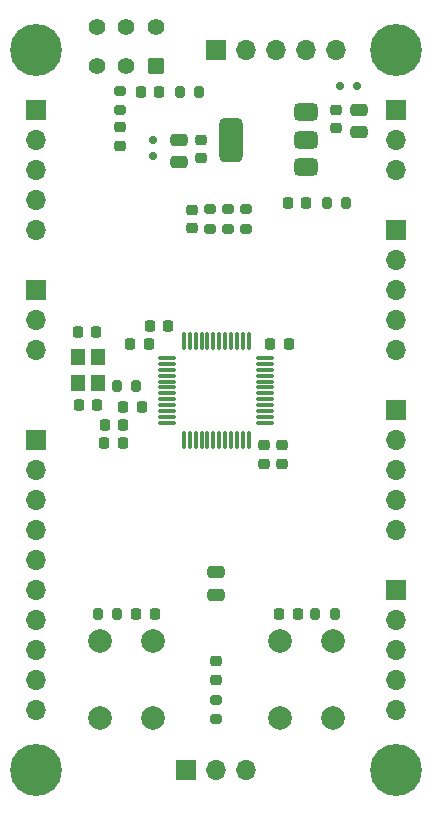
<source format=gbr>
%TF.GenerationSoftware,KiCad,Pcbnew,7.0.10-7.0.10~ubuntu22.04.1*%
%TF.CreationDate,2024-05-26T20:09:49+02:00*%
%TF.ProjectId,hardware,68617264-7761-4726-952e-6b696361645f,rev?*%
%TF.SameCoordinates,Original*%
%TF.FileFunction,Soldermask,Top*%
%TF.FilePolarity,Negative*%
%FSLAX46Y46*%
G04 Gerber Fmt 4.6, Leading zero omitted, Abs format (unit mm)*
G04 Created by KiCad (PCBNEW 7.0.10-7.0.10~ubuntu22.04.1) date 2024-05-26 20:09:49*
%MOMM*%
%LPD*%
G01*
G04 APERTURE LIST*
G04 Aperture macros list*
%AMRoundRect*
0 Rectangle with rounded corners*
0 $1 Rounding radius*
0 $2 $3 $4 $5 $6 $7 $8 $9 X,Y pos of 4 corners*
0 Add a 4 corners polygon primitive as box body*
4,1,4,$2,$3,$4,$5,$6,$7,$8,$9,$2,$3,0*
0 Add four circle primitives for the rounded corners*
1,1,$1+$1,$2,$3*
1,1,$1+$1,$4,$5*
1,1,$1+$1,$6,$7*
1,1,$1+$1,$8,$9*
0 Add four rect primitives between the rounded corners*
20,1,$1+$1,$2,$3,$4,$5,0*
20,1,$1+$1,$4,$5,$6,$7,0*
20,1,$1+$1,$6,$7,$8,$9,0*
20,1,$1+$1,$8,$9,$2,$3,0*%
G04 Aperture macros list end*
%ADD10RoundRect,0.225000X0.225000X0.250000X-0.225000X0.250000X-0.225000X-0.250000X0.225000X-0.250000X0*%
%ADD11RoundRect,0.200000X-0.200000X-0.275000X0.200000X-0.275000X0.200000X0.275000X-0.200000X0.275000X0*%
%ADD12R,1.700000X1.700000*%
%ADD13O,1.700000X1.700000*%
%ADD14RoundRect,0.250000X-0.475000X0.250000X-0.475000X-0.250000X0.475000X-0.250000X0.475000X0.250000X0*%
%ADD15C,0.700000*%
%ADD16C,4.400000*%
%ADD17RoundRect,0.225000X-0.225000X-0.250000X0.225000X-0.250000X0.225000X0.250000X-0.225000X0.250000X0*%
%ADD18RoundRect,0.225000X0.250000X-0.225000X0.250000X0.225000X-0.250000X0.225000X-0.250000X-0.225000X0*%
%ADD19RoundRect,0.375000X0.625000X0.375000X-0.625000X0.375000X-0.625000X-0.375000X0.625000X-0.375000X0*%
%ADD20RoundRect,0.500000X0.500000X1.400000X-0.500000X1.400000X-0.500000X-1.400000X0.500000X-1.400000X0*%
%ADD21RoundRect,0.218750X0.218750X0.256250X-0.218750X0.256250X-0.218750X-0.256250X0.218750X-0.256250X0*%
%ADD22RoundRect,0.150000X-0.200000X0.150000X-0.200000X-0.150000X0.200000X-0.150000X0.200000X0.150000X0*%
%ADD23RoundRect,0.218750X0.256250X-0.218750X0.256250X0.218750X-0.256250X0.218750X-0.256250X-0.218750X0*%
%ADD24RoundRect,0.225000X-0.250000X0.225000X-0.250000X-0.225000X0.250000X-0.225000X0.250000X0.225000X0*%
%ADD25RoundRect,0.200000X0.275000X-0.200000X0.275000X0.200000X-0.275000X0.200000X-0.275000X-0.200000X0*%
%ADD26C,2.000000*%
%ADD27RoundRect,0.218750X-0.218750X-0.256250X0.218750X-0.256250X0.218750X0.256250X-0.218750X0.256250X0*%
%ADD28RoundRect,0.250000X0.450000X0.450000X-0.450000X0.450000X-0.450000X-0.450000X0.450000X-0.450000X0*%
%ADD29C,1.400000*%
%ADD30RoundRect,0.200000X0.200000X0.275000X-0.200000X0.275000X-0.200000X-0.275000X0.200000X-0.275000X0*%
%ADD31RoundRect,0.075000X-0.075000X-0.662500X0.075000X-0.662500X0.075000X0.662500X-0.075000X0.662500X0*%
%ADD32RoundRect,0.075000X-0.662500X-0.075000X0.662500X-0.075000X0.662500X0.075000X-0.662500X0.075000X0*%
%ADD33R,1.200000X1.400000*%
%ADD34RoundRect,0.200000X-0.275000X0.200000X-0.275000X-0.200000X0.275000X-0.200000X0.275000X0.200000X0*%
%ADD35RoundRect,0.150000X0.150000X0.200000X-0.150000X0.200000X-0.150000X-0.200000X0.150000X-0.200000X0*%
G04 APERTURE END LIST*
D10*
%TO.C,C15*%
X135433000Y-103378000D03*
X133883000Y-103378000D03*
%TD*%
D11*
%TO.C,R4*%
X147866000Y-127762000D03*
X149516000Y-127762000D03*
%TD*%
D12*
%TO.C,J8*%
X124244000Y-100330000D03*
D13*
X124244000Y-102870000D03*
X124244000Y-105410000D03*
%TD*%
D12*
%TO.C,J2*%
X136944000Y-140970000D03*
D13*
X139484000Y-140970000D03*
X142024000Y-140970000D03*
%TD*%
D14*
%TO.C,C3*%
X151549000Y-85090000D03*
X151549000Y-86990000D03*
%TD*%
D10*
%TO.C,C12*%
X129426000Y-110109000D03*
X127876000Y-110109000D03*
%TD*%
D15*
%TO.C,H1*%
X153074000Y-80010000D03*
X153557274Y-78843274D03*
X153557274Y-81176726D03*
X154724000Y-78360000D03*
D16*
X154724000Y-80010000D03*
D15*
X154724000Y-81660000D03*
X155890726Y-78843274D03*
X155890726Y-81176726D03*
X156374000Y-80010000D03*
%TD*%
D12*
%TO.C,J3*%
X124244000Y-113030000D03*
D13*
X124244000Y-115570000D03*
X124244000Y-118110000D03*
X124244000Y-120650000D03*
X124244000Y-123190000D03*
X124244000Y-125730000D03*
X124244000Y-128270000D03*
X124244000Y-130810000D03*
X124244000Y-133350000D03*
X124244000Y-135890000D03*
%TD*%
D17*
%TO.C,C11*%
X127736000Y-103886000D03*
X129286000Y-103886000D03*
%TD*%
%TO.C,C17*%
X144056000Y-104902000D03*
X145606000Y-104902000D03*
%TD*%
D11*
%TO.C,R1*%
X129452000Y-127762000D03*
X131102000Y-127762000D03*
%TD*%
D18*
%TO.C,C7*%
X137414000Y-95136000D03*
X137414000Y-93586000D03*
%TD*%
D15*
%TO.C,H2*%
X122594000Y-80010000D03*
X123077274Y-78843274D03*
X123077274Y-81176726D03*
X124244000Y-78360000D03*
D16*
X124244000Y-80010000D03*
D15*
X124244000Y-81660000D03*
X125410726Y-78843274D03*
X125410726Y-81176726D03*
X125894000Y-80010000D03*
%TD*%
D12*
%TO.C,J4*%
X154724000Y-110490000D03*
D13*
X154724000Y-113030000D03*
X154724000Y-115570000D03*
X154724000Y-118110000D03*
X154724000Y-120650000D03*
%TD*%
D19*
%TO.C,U2*%
X147054000Y-89930000D03*
X147054000Y-87630000D03*
D20*
X140754000Y-87630000D03*
D19*
X147054000Y-85330000D03*
%TD*%
D10*
%TO.C,C8*%
X131585000Y-111760000D03*
X130035000Y-111760000D03*
%TD*%
D12*
%TO.C,J9*%
X154724000Y-85090000D03*
D13*
X154724000Y-87630000D03*
X154724000Y-90170000D03*
%TD*%
D21*
%TO.C,D5*%
X134658000Y-83566000D03*
X133083000Y-83566000D03*
%TD*%
D22*
%TO.C,D4*%
X134150000Y-89030000D03*
X134150000Y-87630000D03*
%TD*%
D14*
%TO.C,C18*%
X139484000Y-124272000D03*
X139484000Y-126172000D03*
%TD*%
D23*
%TO.C,D2*%
X139484000Y-133375500D03*
X139484000Y-131800500D03*
%TD*%
D24*
%TO.C,C13*%
X145072000Y-113525000D03*
X145072000Y-115075000D03*
%TD*%
D25*
%TO.C,R5*%
X141986000Y-95186000D03*
X141986000Y-93536000D03*
%TD*%
D26*
%TO.C,SW1*%
X129614000Y-136600000D03*
X129614000Y-130100000D03*
X134114000Y-136600000D03*
X134114000Y-130100000D03*
%TD*%
D12*
%TO.C,J1*%
X139484000Y-80010000D03*
D13*
X142024000Y-80010000D03*
X144564000Y-80010000D03*
X147104000Y-80010000D03*
X149644000Y-80010000D03*
%TD*%
D15*
%TO.C,H4*%
X122594000Y-140970000D03*
X123077274Y-139803274D03*
X123077274Y-142136726D03*
X124244000Y-139320000D03*
D16*
X124244000Y-140970000D03*
D15*
X124244000Y-142620000D03*
X125410726Y-139803274D03*
X125410726Y-142136726D03*
X125894000Y-140970000D03*
%TD*%
D10*
%TO.C,C2*%
X146368000Y-127762000D03*
X144818000Y-127762000D03*
%TD*%
D27*
%TO.C,L1*%
X130010000Y-113284000D03*
X131585000Y-113284000D03*
%TD*%
D28*
%TO.C,SW3*%
X134364000Y-81405000D03*
D29*
X131864000Y-81405000D03*
X129364000Y-81405000D03*
X129364000Y-78105000D03*
X131864000Y-78105000D03*
X134364000Y-78105000D03*
%TD*%
D10*
%TO.C,C14*%
X133750000Y-104900000D03*
X132200000Y-104900000D03*
%TD*%
D25*
%TO.C,R6*%
X140462000Y-95186000D03*
X140462000Y-93536000D03*
%TD*%
D30*
%TO.C,R10*%
X132714000Y-108458000D03*
X131064000Y-108458000D03*
%TD*%
D11*
%TO.C,R2*%
X148856500Y-92964000D03*
X150506500Y-92964000D03*
%TD*%
D12*
%TO.C,J7*%
X124244000Y-85090000D03*
D13*
X124244000Y-87630000D03*
X124244000Y-90170000D03*
X124244000Y-92710000D03*
X124244000Y-95250000D03*
%TD*%
D31*
%TO.C,U1*%
X136734000Y-104705000D03*
X137234000Y-104705000D03*
X137734000Y-104705000D03*
X138234000Y-104705000D03*
X138734000Y-104705000D03*
X139234000Y-104705000D03*
X139734000Y-104705000D03*
X140234000Y-104705000D03*
X140734000Y-104705000D03*
X141234000Y-104705000D03*
X141734000Y-104705000D03*
X142234000Y-104705000D03*
D32*
X143646500Y-106117500D03*
X143646500Y-106617500D03*
X143646500Y-107117500D03*
X143646500Y-107617500D03*
X143646500Y-108117500D03*
X143646500Y-108617500D03*
X143646500Y-109117500D03*
X143646500Y-109617500D03*
X143646500Y-110117500D03*
X143646500Y-110617500D03*
X143646500Y-111117500D03*
X143646500Y-111617500D03*
D31*
X142234000Y-113030000D03*
X141734000Y-113030000D03*
X141234000Y-113030000D03*
X140734000Y-113030000D03*
X140234000Y-113030000D03*
X139734000Y-113030000D03*
X139234000Y-113030000D03*
X138734000Y-113030000D03*
X138234000Y-113030000D03*
X137734000Y-113030000D03*
X137234000Y-113030000D03*
X136734000Y-113030000D03*
D32*
X135321500Y-111617500D03*
X135321500Y-111117500D03*
X135321500Y-110617500D03*
X135321500Y-110117500D03*
X135321500Y-109617500D03*
X135321500Y-109117500D03*
X135321500Y-108617500D03*
X135321500Y-108117500D03*
X135321500Y-107617500D03*
X135321500Y-107117500D03*
X135321500Y-106617500D03*
X135321500Y-106117500D03*
%TD*%
D30*
%TO.C,R8*%
X138023000Y-83566000D03*
X136373000Y-83566000D03*
%TD*%
D25*
%TO.C,R7*%
X138938000Y-95186000D03*
X138938000Y-93536000D03*
%TD*%
D26*
%TO.C,SW2*%
X144854000Y-136600000D03*
X144854000Y-130100000D03*
X149354000Y-136600000D03*
X149354000Y-130100000D03*
%TD*%
D14*
%TO.C,C5*%
X136309000Y-87630000D03*
X136309000Y-89530000D03*
%TD*%
D33*
%TO.C,Y1*%
X127762000Y-106004000D03*
X127762000Y-108204000D03*
X129462000Y-108204000D03*
X129462000Y-106004000D03*
%TD*%
D21*
%TO.C,D1*%
X147104000Y-92964000D03*
X145529000Y-92964000D03*
%TD*%
D12*
%TO.C,J5*%
X154724000Y-95250000D03*
D13*
X154724000Y-97790000D03*
X154724000Y-100330000D03*
X154724000Y-102870000D03*
X154724000Y-105410000D03*
%TD*%
D34*
%TO.C,R3*%
X139484000Y-135065000D03*
X139484000Y-136715000D03*
%TD*%
D24*
%TO.C,C6*%
X138214000Y-87630000D03*
X138214000Y-89180000D03*
%TD*%
D10*
%TO.C,C9*%
X133160000Y-110236000D03*
X131610000Y-110236000D03*
%TD*%
D17*
%TO.C,C1*%
X132728000Y-127762000D03*
X134278000Y-127762000D03*
%TD*%
D24*
%TO.C,C16*%
X143548000Y-113525000D03*
X143548000Y-115075000D03*
%TD*%
%TO.C,C4*%
X149644000Y-85090000D03*
X149644000Y-86640000D03*
%TD*%
D25*
%TO.C,R9*%
X131356000Y-85153000D03*
X131356000Y-83503000D03*
%TD*%
D12*
%TO.C,J6*%
X154724000Y-125730000D03*
D13*
X154724000Y-128270000D03*
X154724000Y-130810000D03*
X154724000Y-133350000D03*
X154724000Y-135890000D03*
%TD*%
D24*
%TO.C,C10*%
X131356000Y-86601000D03*
X131356000Y-88151000D03*
%TD*%
D35*
%TO.C,D3*%
X149960000Y-83058000D03*
X151360000Y-83058000D03*
%TD*%
D15*
%TO.C,H3*%
X153074000Y-140970000D03*
X153557274Y-139803274D03*
X153557274Y-142136726D03*
X154724000Y-139320000D03*
D16*
X154724000Y-140970000D03*
D15*
X154724000Y-142620000D03*
X155890726Y-139803274D03*
X155890726Y-142136726D03*
X156374000Y-140970000D03*
%TD*%
M02*

</source>
